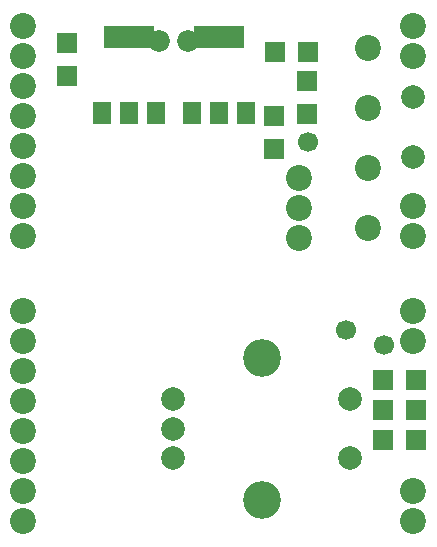
<source format=gbs>
%FSLAX34Y34*%
%MOMM*%
%LNSOLDERMASK_BOTTOM*%
G71*
G01*
%ADD10C, 2.20*%
%ADD11R, 1.60X1.90*%
%ADD12R, 4.20X1.90*%
%ADD13R, 1.80X1.80*%
%ADD14C, 2.20*%
%ADD15C, 2.00*%
%ADD16C, 1.70*%
%ADD17C, 1.84*%
%ADD18C, 2.00*%
%ADD19C, 3.20*%
%LPD*%
X371200Y968250D02*
G54D10*
D03*
X371200Y942850D02*
G54D10*
D03*
X41000Y968250D02*
G54D10*
D03*
X41000Y942850D02*
G54D10*
D03*
X41000Y917450D02*
G54D10*
D03*
X41000Y892050D02*
G54D10*
D03*
X41000Y866650D02*
G54D10*
D03*
X41000Y841250D02*
G54D10*
D03*
X371200Y815850D02*
G54D10*
D03*
X371200Y790450D02*
G54D10*
D03*
X41000Y815850D02*
G54D10*
D03*
X41000Y790450D02*
G54D10*
D03*
X153615Y894186D02*
G54D11*
D03*
X130615Y894186D02*
G54D11*
D03*
X107615Y894186D02*
G54D11*
D03*
X130615Y959186D02*
G54D12*
D03*
X229815Y894186D02*
G54D11*
D03*
X206815Y894186D02*
G54D11*
D03*
X183815Y894186D02*
G54D11*
D03*
X206815Y959186D02*
G54D12*
D03*
X77800Y953800D02*
G54D13*
D03*
X77800Y925800D02*
G54D13*
D03*
X282300Y946150D02*
G54D13*
D03*
X254300Y946150D02*
G54D13*
D03*
X281000Y894050D02*
G54D13*
D03*
X281000Y922050D02*
G54D13*
D03*
X274165Y788635D02*
G54D14*
D03*
X274165Y814035D02*
G54D14*
D03*
X274165Y839435D02*
G54D14*
D03*
X252801Y892046D02*
G54D13*
D03*
X252801Y864046D02*
G54D13*
D03*
X333100Y796800D02*
G54D10*
D03*
X333100Y847600D02*
G54D10*
D03*
X333100Y898400D02*
G54D10*
D03*
X333100Y949200D02*
G54D10*
D03*
X371200Y857250D02*
G54D15*
D03*
X371200Y908050D02*
G54D15*
D03*
X282300Y869950D02*
G54D16*
D03*
X180706Y955276D02*
G54D17*
D03*
X155806Y955276D02*
G54D17*
D03*
X371200Y726950D02*
G54D10*
D03*
X371200Y701550D02*
G54D10*
D03*
X41000Y726950D02*
G54D10*
D03*
X41000Y701550D02*
G54D10*
D03*
X41000Y676150D02*
G54D10*
D03*
X41000Y650750D02*
G54D10*
D03*
X41000Y625350D02*
G54D10*
D03*
X41000Y599950D02*
G54D10*
D03*
X371200Y574550D02*
G54D10*
D03*
X371200Y549150D02*
G54D10*
D03*
X41000Y574550D02*
G54D10*
D03*
X41000Y549150D02*
G54D10*
D03*
X167678Y652161D02*
G54D18*
D03*
X167678Y627161D02*
G54D18*
D03*
X167678Y602161D02*
G54D18*
D03*
X317678Y652161D02*
G54D18*
D03*
X317678Y602161D02*
G54D18*
D03*
X242678Y687161D02*
G54D19*
D03*
X242678Y567161D02*
G54D19*
D03*
X373641Y668916D02*
G54D13*
D03*
X345641Y668916D02*
G54D13*
D03*
X373641Y643516D02*
G54D13*
D03*
X345641Y643516D02*
G54D13*
D03*
X373641Y618116D02*
G54D13*
D03*
X345641Y618116D02*
G54D13*
D03*
X346075Y698500D02*
G54D16*
D03*
X314325Y711200D02*
G54D16*
D03*
M02*

</source>
